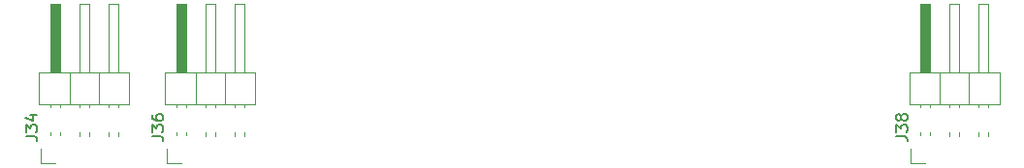
<source format=gto>
%TF.GenerationSoftware,KiCad,Pcbnew,9.0.7*%
%TF.CreationDate,2026-02-21T19:27:00+01:00*%
%TF.ProjectId,DMH_VCLFO_v2_PCB_Submodule,444d485f-5643-44c4-964f-5f76325f5043,1*%
%TF.SameCoordinates,Original*%
%TF.FileFunction,Legend,Top*%
%TF.FilePolarity,Positive*%
%FSLAX46Y46*%
G04 Gerber Fmt 4.6, Leading zero omitted, Abs format (unit mm)*
G04 Created by KiCad (PCBNEW 9.0.7) date 2026-02-21 19:27:00*
%MOMM*%
%LPD*%
G01*
G04 APERTURE LIST*
G04 Aperture macros list*
%AMRoundRect*
0 Rectangle with rounded corners*
0 $1 Rounding radius*
0 $2 $3 $4 $5 $6 $7 $8 $9 X,Y pos of 4 corners*
0 Add a 4 corners polygon primitive as box body*
4,1,4,$2,$3,$4,$5,$6,$7,$8,$9,$2,$3,0*
0 Add four circle primitives for the rounded corners*
1,1,$1+$1,$2,$3*
1,1,$1+$1,$4,$5*
1,1,$1+$1,$6,$7*
1,1,$1+$1,$8,$9*
0 Add four rect primitives between the rounded corners*
20,1,$1+$1,$2,$3,$4,$5,0*
20,1,$1+$1,$4,$5,$6,$7,0*
20,1,$1+$1,$6,$7,$8,$9,0*
20,1,$1+$1,$8,$9,$2,$3,0*%
G04 Aperture macros list end*
%ADD10C,0.150000*%
%ADD11C,0.120000*%
%ADD12R,1.700000X1.700000*%
%ADD13C,1.700000*%
%ADD14C,1.600000*%
%ADD15R,1.500000X1.500000*%
%ADD16C,1.500000*%
%ADD17RoundRect,0.250000X0.550000X0.550000X-0.550000X0.550000X-0.550000X-0.550000X0.550000X-0.550000X0*%
%ADD18R,1.500000X1.050000*%
%ADD19O,1.500000X1.050000*%
%ADD20R,1.050000X1.500000*%
%ADD21O,1.050000X1.500000*%
%ADD22RoundRect,0.250000X-0.550000X-0.550000X0.550000X-0.550000X0.550000X0.550000X-0.550000X0.550000X0*%
%ADD23C,1.400000*%
%ADD24C,1.440000*%
G04 APERTURE END LIST*
D10*
X132454819Y-33909523D02*
X133169104Y-33909523D01*
X133169104Y-33909523D02*
X133311961Y-33957142D01*
X133311961Y-33957142D02*
X133407200Y-34052380D01*
X133407200Y-34052380D02*
X133454819Y-34195237D01*
X133454819Y-34195237D02*
X133454819Y-34290475D01*
X132454819Y-33528570D02*
X132454819Y-32909523D01*
X132454819Y-32909523D02*
X132835771Y-33242856D01*
X132835771Y-33242856D02*
X132835771Y-33099999D01*
X132835771Y-33099999D02*
X132883390Y-33004761D01*
X132883390Y-33004761D02*
X132931009Y-32957142D01*
X132931009Y-32957142D02*
X133026247Y-32909523D01*
X133026247Y-32909523D02*
X133264342Y-32909523D01*
X133264342Y-32909523D02*
X133359580Y-32957142D01*
X133359580Y-32957142D02*
X133407200Y-33004761D01*
X133407200Y-33004761D02*
X133454819Y-33099999D01*
X133454819Y-33099999D02*
X133454819Y-33385713D01*
X133454819Y-33385713D02*
X133407200Y-33480951D01*
X133407200Y-33480951D02*
X133359580Y-33528570D01*
X132883390Y-32338094D02*
X132835771Y-32433332D01*
X132835771Y-32433332D02*
X132788152Y-32480951D01*
X132788152Y-32480951D02*
X132692914Y-32528570D01*
X132692914Y-32528570D02*
X132645295Y-32528570D01*
X132645295Y-32528570D02*
X132550057Y-32480951D01*
X132550057Y-32480951D02*
X132502438Y-32433332D01*
X132502438Y-32433332D02*
X132454819Y-32338094D01*
X132454819Y-32338094D02*
X132454819Y-32147618D01*
X132454819Y-32147618D02*
X132502438Y-32052380D01*
X132502438Y-32052380D02*
X132550057Y-32004761D01*
X132550057Y-32004761D02*
X132645295Y-31957142D01*
X132645295Y-31957142D02*
X132692914Y-31957142D01*
X132692914Y-31957142D02*
X132788152Y-32004761D01*
X132788152Y-32004761D02*
X132835771Y-32052380D01*
X132835771Y-32052380D02*
X132883390Y-32147618D01*
X132883390Y-32147618D02*
X132883390Y-32338094D01*
X132883390Y-32338094D02*
X132931009Y-32433332D01*
X132931009Y-32433332D02*
X132978628Y-32480951D01*
X132978628Y-32480951D02*
X133073866Y-32528570D01*
X133073866Y-32528570D02*
X133264342Y-32528570D01*
X133264342Y-32528570D02*
X133359580Y-32480951D01*
X133359580Y-32480951D02*
X133407200Y-32433332D01*
X133407200Y-32433332D02*
X133454819Y-32338094D01*
X133454819Y-32338094D02*
X133454819Y-32147618D01*
X133454819Y-32147618D02*
X133407200Y-32052380D01*
X133407200Y-32052380D02*
X133359580Y-32004761D01*
X133359580Y-32004761D02*
X133264342Y-31957142D01*
X133264342Y-31957142D02*
X133073866Y-31957142D01*
X133073866Y-31957142D02*
X132978628Y-32004761D01*
X132978628Y-32004761D02*
X132931009Y-32052380D01*
X132931009Y-32052380D02*
X132883390Y-32147618D01*
X67454819Y-33909523D02*
X68169104Y-33909523D01*
X68169104Y-33909523D02*
X68311961Y-33957142D01*
X68311961Y-33957142D02*
X68407200Y-34052380D01*
X68407200Y-34052380D02*
X68454819Y-34195237D01*
X68454819Y-34195237D02*
X68454819Y-34290475D01*
X67454819Y-33528570D02*
X67454819Y-32909523D01*
X67454819Y-32909523D02*
X67835771Y-33242856D01*
X67835771Y-33242856D02*
X67835771Y-33099999D01*
X67835771Y-33099999D02*
X67883390Y-33004761D01*
X67883390Y-33004761D02*
X67931009Y-32957142D01*
X67931009Y-32957142D02*
X68026247Y-32909523D01*
X68026247Y-32909523D02*
X68264342Y-32909523D01*
X68264342Y-32909523D02*
X68359580Y-32957142D01*
X68359580Y-32957142D02*
X68407200Y-33004761D01*
X68407200Y-33004761D02*
X68454819Y-33099999D01*
X68454819Y-33099999D02*
X68454819Y-33385713D01*
X68454819Y-33385713D02*
X68407200Y-33480951D01*
X68407200Y-33480951D02*
X68359580Y-33528570D01*
X67454819Y-32052380D02*
X67454819Y-32242856D01*
X67454819Y-32242856D02*
X67502438Y-32338094D01*
X67502438Y-32338094D02*
X67550057Y-32385713D01*
X67550057Y-32385713D02*
X67692914Y-32480951D01*
X67692914Y-32480951D02*
X67883390Y-32528570D01*
X67883390Y-32528570D02*
X68264342Y-32528570D01*
X68264342Y-32528570D02*
X68359580Y-32480951D01*
X68359580Y-32480951D02*
X68407200Y-32433332D01*
X68407200Y-32433332D02*
X68454819Y-32338094D01*
X68454819Y-32338094D02*
X68454819Y-32147618D01*
X68454819Y-32147618D02*
X68407200Y-32052380D01*
X68407200Y-32052380D02*
X68359580Y-32004761D01*
X68359580Y-32004761D02*
X68264342Y-31957142D01*
X68264342Y-31957142D02*
X68026247Y-31957142D01*
X68026247Y-31957142D02*
X67931009Y-32004761D01*
X67931009Y-32004761D02*
X67883390Y-32052380D01*
X67883390Y-32052380D02*
X67835771Y-32147618D01*
X67835771Y-32147618D02*
X67835771Y-32338094D01*
X67835771Y-32338094D02*
X67883390Y-32433332D01*
X67883390Y-32433332D02*
X67931009Y-32480951D01*
X67931009Y-32480951D02*
X68026247Y-32528570D01*
X56454819Y-33909523D02*
X57169104Y-33909523D01*
X57169104Y-33909523D02*
X57311961Y-33957142D01*
X57311961Y-33957142D02*
X57407200Y-34052380D01*
X57407200Y-34052380D02*
X57454819Y-34195237D01*
X57454819Y-34195237D02*
X57454819Y-34290475D01*
X56454819Y-33528570D02*
X56454819Y-32909523D01*
X56454819Y-32909523D02*
X56835771Y-33242856D01*
X56835771Y-33242856D02*
X56835771Y-33099999D01*
X56835771Y-33099999D02*
X56883390Y-33004761D01*
X56883390Y-33004761D02*
X56931009Y-32957142D01*
X56931009Y-32957142D02*
X57026247Y-32909523D01*
X57026247Y-32909523D02*
X57264342Y-32909523D01*
X57264342Y-32909523D02*
X57359580Y-32957142D01*
X57359580Y-32957142D02*
X57407200Y-33004761D01*
X57407200Y-33004761D02*
X57454819Y-33099999D01*
X57454819Y-33099999D02*
X57454819Y-33385713D01*
X57454819Y-33385713D02*
X57407200Y-33480951D01*
X57407200Y-33480951D02*
X57359580Y-33528570D01*
X56788152Y-32052380D02*
X57454819Y-32052380D01*
X56407200Y-32290475D02*
X57121485Y-32528570D01*
X57121485Y-32528570D02*
X57121485Y-31909523D01*
D11*
%TO.C,J38*%
X133730000Y-36270000D02*
X133730000Y-35000000D01*
X134570000Y-31382642D02*
X134570000Y-31070000D01*
X134570000Y-33840000D02*
X134570000Y-33537358D01*
X135000000Y-36270000D02*
X133730000Y-36270000D01*
X135430000Y-31382642D02*
X135430000Y-31070000D01*
X135430000Y-33840000D02*
X135430000Y-33537358D01*
X136270000Y-31070000D02*
X136270000Y-28310000D01*
X137110000Y-22310000D02*
X137970000Y-22310000D01*
X137110000Y-28310000D02*
X137110000Y-22310000D01*
X137110000Y-31382642D02*
X137110000Y-31070000D01*
X137110000Y-33922642D02*
X137110000Y-33537358D01*
X137970000Y-22310000D02*
X137970000Y-28310000D01*
X137970000Y-31382642D02*
X137970000Y-31070000D01*
X137970000Y-33922642D02*
X137970000Y-33537358D01*
X138810000Y-31070000D02*
X138810000Y-28310000D01*
X139650000Y-22310000D02*
X140510000Y-22310000D01*
X139650000Y-28310000D02*
X139650000Y-22310000D01*
X139650000Y-31382642D02*
X139650000Y-31070000D01*
X139650000Y-33922642D02*
X139650000Y-33537358D01*
X140510000Y-22310000D02*
X140510000Y-28310000D01*
X140510000Y-31382642D02*
X140510000Y-31070000D01*
X140510000Y-33922642D02*
X140510000Y-33537358D01*
X133620000Y-31070000D02*
X141460000Y-31070000D01*
X141460000Y-28310000D01*
X133620000Y-28310000D01*
X133620000Y-31070000D01*
X134570000Y-28310000D02*
X135430000Y-28310000D01*
X135430000Y-22310000D01*
X134570000Y-22310000D01*
X134570000Y-28310000D01*
G36*
X134570000Y-28310000D02*
G01*
X135430000Y-28310000D01*
X135430000Y-22310000D01*
X134570000Y-22310000D01*
X134570000Y-28310000D01*
G37*
%TO.C,J36*%
X68730000Y-36270000D02*
X68730000Y-35000000D01*
X69570000Y-31382642D02*
X69570000Y-31070000D01*
X69570000Y-33840000D02*
X69570000Y-33537358D01*
X70000000Y-36270000D02*
X68730000Y-36270000D01*
X70430000Y-31382642D02*
X70430000Y-31070000D01*
X70430000Y-33840000D02*
X70430000Y-33537358D01*
X71270000Y-31070000D02*
X71270000Y-28310000D01*
X72110000Y-22310000D02*
X72970000Y-22310000D01*
X72110000Y-28310000D02*
X72110000Y-22310000D01*
X72110000Y-31382642D02*
X72110000Y-31070000D01*
X72110000Y-33922642D02*
X72110000Y-33537358D01*
X72970000Y-22310000D02*
X72970000Y-28310000D01*
X72970000Y-31382642D02*
X72970000Y-31070000D01*
X72970000Y-33922642D02*
X72970000Y-33537358D01*
X73810000Y-31070000D02*
X73810000Y-28310000D01*
X74650000Y-22310000D02*
X75510000Y-22310000D01*
X74650000Y-28310000D02*
X74650000Y-22310000D01*
X74650000Y-31382642D02*
X74650000Y-31070000D01*
X74650000Y-33922642D02*
X74650000Y-33537358D01*
X75510000Y-22310000D02*
X75510000Y-28310000D01*
X75510000Y-31382642D02*
X75510000Y-31070000D01*
X75510000Y-33922642D02*
X75510000Y-33537358D01*
X68620000Y-31070000D02*
X76460000Y-31070000D01*
X76460000Y-28310000D01*
X68620000Y-28310000D01*
X68620000Y-31070000D01*
X69570000Y-28310000D02*
X70430000Y-28310000D01*
X70430000Y-22310000D01*
X69570000Y-22310000D01*
X69570000Y-28310000D01*
G36*
X69570000Y-28310000D02*
G01*
X70430000Y-28310000D01*
X70430000Y-22310000D01*
X69570000Y-22310000D01*
X69570000Y-28310000D01*
G37*
%TO.C,J34*%
X57730000Y-36270000D02*
X57730000Y-35000000D01*
X58570000Y-31382642D02*
X58570000Y-31070000D01*
X58570000Y-33840000D02*
X58570000Y-33537358D01*
X59000000Y-36270000D02*
X57730000Y-36270000D01*
X59430000Y-31382642D02*
X59430000Y-31070000D01*
X59430000Y-33840000D02*
X59430000Y-33537358D01*
X60270000Y-31070000D02*
X60270000Y-28310000D01*
X61110000Y-22310000D02*
X61970000Y-22310000D01*
X61110000Y-28310000D02*
X61110000Y-22310000D01*
X61110000Y-31382642D02*
X61110000Y-31070000D01*
X61110000Y-33922642D02*
X61110000Y-33537358D01*
X61970000Y-22310000D02*
X61970000Y-28310000D01*
X61970000Y-31382642D02*
X61970000Y-31070000D01*
X61970000Y-33922642D02*
X61970000Y-33537358D01*
X62810000Y-31070000D02*
X62810000Y-28310000D01*
X63650000Y-22310000D02*
X64510000Y-22310000D01*
X63650000Y-28310000D02*
X63650000Y-22310000D01*
X63650000Y-31382642D02*
X63650000Y-31070000D01*
X63650000Y-33922642D02*
X63650000Y-33537358D01*
X64510000Y-22310000D02*
X64510000Y-28310000D01*
X64510000Y-31382642D02*
X64510000Y-31070000D01*
X64510000Y-33922642D02*
X64510000Y-33537358D01*
X57620000Y-31070000D02*
X65460000Y-31070000D01*
X65460000Y-28310000D01*
X57620000Y-28310000D01*
X57620000Y-31070000D01*
X58570000Y-28310000D02*
X59430000Y-28310000D01*
X59430000Y-22310000D01*
X58570000Y-22310000D01*
X58570000Y-28310000D01*
G36*
X58570000Y-28310000D02*
G01*
X59430000Y-28310000D01*
X59430000Y-22310000D01*
X58570000Y-22310000D01*
X58570000Y-28310000D01*
G37*
%TD*%
%LPC*%
D12*
%TO.C,J38*%
X135000000Y-35000000D03*
D13*
X135000000Y-32460000D03*
X137540000Y-35000000D03*
X137540000Y-32460000D03*
X140080000Y-35000000D03*
X140080000Y-32460000D03*
%TD*%
D12*
%TO.C,J36*%
X70000000Y-35000000D03*
D13*
X70000000Y-32460000D03*
X72540000Y-35000000D03*
X72540000Y-32460000D03*
X75080000Y-35000000D03*
X75080000Y-32460000D03*
%TD*%
D12*
%TO.C,J34*%
X59000000Y-35000000D03*
D13*
X59000000Y-32460000D03*
X61540000Y-35000000D03*
X61540000Y-32460000D03*
X64080000Y-35000000D03*
X64080000Y-32460000D03*
%TD*%
D14*
%TO.C,R74*%
X138990000Y-67300000D03*
X146610000Y-67300000D03*
%TD*%
%TO.C,R80*%
X61210000Y-56900000D03*
X53590000Y-56900000D03*
%TD*%
D15*
%TO.C,Q15*%
X56940000Y-96300000D03*
D16*
X54400000Y-96300000D03*
X51860000Y-96300000D03*
%TD*%
D14*
%TO.C,C2*%
X111850000Y-42500000D03*
X114350000Y-42500000D03*
%TD*%
%TO.C,C15*%
X129400000Y-52600000D03*
X134400000Y-52600000D03*
%TD*%
%TO.C,C3*%
X138500000Y-81100000D03*
X138500000Y-76100000D03*
%TD*%
%TO.C,R87*%
X85590000Y-72300000D03*
X93210000Y-72300000D03*
%TD*%
%TO.C,R78*%
X125210000Y-67100000D03*
X117590000Y-67100000D03*
%TD*%
%TO.C,R77*%
X125210000Y-72200000D03*
X117590000Y-72200000D03*
%TD*%
%TO.C,R89*%
X85590000Y-67200000D03*
X93210000Y-67200000D03*
%TD*%
D17*
%TO.C,D11*%
X125210000Y-77000000D03*
D14*
X117590000Y-77000000D03*
%TD*%
%TO.C,R71*%
X147210000Y-92900000D03*
X139590000Y-92900000D03*
%TD*%
%TO.C,R59*%
X106790000Y-72200000D03*
X114410000Y-72200000D03*
%TD*%
D15*
%TO.C,Q14*%
X56940000Y-88500000D03*
D16*
X54400000Y-88500000D03*
X51860000Y-88500000D03*
%TD*%
D17*
%TO.C,D12*%
X93210000Y-52600000D03*
D14*
X85590000Y-52600000D03*
%TD*%
D17*
%TO.C,D8*%
X114310000Y-82200000D03*
D14*
X106690000Y-82200000D03*
%TD*%
%TO.C,R63*%
X106790000Y-47200000D03*
X114410000Y-47200000D03*
%TD*%
D15*
%TO.C,Q12*%
X59250000Y-95450000D03*
D16*
X61790000Y-95450000D03*
X64330000Y-95450000D03*
%TD*%
D14*
%TO.C,C17*%
X97500000Y-77000000D03*
X102500000Y-77000000D03*
%TD*%
%TO.C,R94*%
X74790000Y-62100000D03*
X82410000Y-62100000D03*
%TD*%
D18*
%TO.C,Q17*%
X78700000Y-71930000D03*
D19*
X78700000Y-73200000D03*
X78700000Y-74470000D03*
%TD*%
D14*
%TO.C,R54*%
X117590000Y-57000000D03*
X125210000Y-57000000D03*
%TD*%
%TO.C,R75*%
X138890000Y-72200000D03*
X146510000Y-72200000D03*
%TD*%
D20*
%TO.C,Q10*%
X58770000Y-42800000D03*
D21*
X57500000Y-42800000D03*
X56230000Y-42800000D03*
%TD*%
D14*
%TO.C,C12*%
X79950000Y-52600000D03*
X82450000Y-52600000D03*
%TD*%
D20*
%TO.C,Q9*%
X141430000Y-79000000D03*
D21*
X142700000Y-79000000D03*
X143970000Y-79000000D03*
%TD*%
D14*
%TO.C,C18*%
X129500000Y-76600000D03*
X134500000Y-76600000D03*
%TD*%
%TO.C,C6*%
X123900000Y-62100000D03*
X118900000Y-62100000D03*
%TD*%
%TO.C,C14*%
X97500000Y-52600000D03*
X102500000Y-52600000D03*
%TD*%
%TO.C,C5*%
X65600000Y-39500000D03*
X70600000Y-39500000D03*
%TD*%
%TO.C,R91*%
X103810000Y-82200000D03*
X96190000Y-82200000D03*
%TD*%
%TO.C,R85*%
X53590000Y-67200000D03*
X61210000Y-67200000D03*
%TD*%
%TO.C,C7*%
X65600000Y-46100000D03*
X70600000Y-46100000D03*
%TD*%
%TO.C,R65*%
X138990000Y-57500000D03*
X146610000Y-57500000D03*
%TD*%
D22*
%TO.C,U12*%
X128190000Y-72215000D03*
D14*
X128190000Y-69675000D03*
X128190000Y-67135000D03*
X128190000Y-64595000D03*
X128190000Y-62055000D03*
X128190000Y-59515000D03*
X128190000Y-56975000D03*
X135810000Y-56975000D03*
X135810000Y-59515000D03*
X135810000Y-62055000D03*
X135810000Y-64595000D03*
X135810000Y-67135000D03*
X135810000Y-69675000D03*
X135810000Y-72215000D03*
%TD*%
%TO.C,R96*%
X52000000Y-83910000D03*
X52000000Y-76290000D03*
%TD*%
%TO.C,R57*%
X128190000Y-43100000D03*
X135810000Y-43100000D03*
%TD*%
%TO.C,R62*%
X96190000Y-48100000D03*
X103810000Y-48100000D03*
%TD*%
%TO.C,R92*%
X93210000Y-57000000D03*
X85590000Y-57000000D03*
%TD*%
D22*
%TO.C,D10*%
X128190000Y-85400000D03*
D14*
X135810000Y-85400000D03*
%TD*%
%TO.C,R76*%
X56700000Y-76290000D03*
X56700000Y-83910000D03*
%TD*%
%TO.C,R84*%
X60800000Y-70090000D03*
X60800000Y-77710000D03*
%TD*%
D15*
%TO.C,Q16*%
X91950000Y-62150000D03*
D16*
X89410000Y-62150000D03*
X86870000Y-62150000D03*
%TD*%
D14*
%TO.C,R81*%
X85590000Y-82200000D03*
X93210000Y-82200000D03*
%TD*%
%TO.C,R55*%
X106790000Y-56900000D03*
X114410000Y-56900000D03*
%TD*%
%TO.C,R64*%
X117590000Y-47200000D03*
X125210000Y-47200000D03*
%TD*%
%TO.C,R93*%
X74790000Y-67200000D03*
X82410000Y-67200000D03*
%TD*%
D22*
%TO.C,D7*%
X96190000Y-43100000D03*
D14*
X103810000Y-43100000D03*
%TD*%
%TO.C,C63*%
X65600000Y-42800000D03*
X70600000Y-42800000D03*
%TD*%
%TO.C,R70*%
X128190000Y-81100000D03*
X135810000Y-81100000D03*
%TD*%
D15*
%TO.C,Q13*%
X59250000Y-87650000D03*
D16*
X61790000Y-87650000D03*
X64330000Y-87650000D03*
%TD*%
D14*
%TO.C,C8*%
X92350000Y-77000000D03*
X94850000Y-77000000D03*
%TD*%
%TO.C,R72*%
X61310000Y-52300000D03*
X53690000Y-52300000D03*
%TD*%
%TO.C,R88*%
X74790000Y-77600000D03*
X82410000Y-77600000D03*
%TD*%
%TO.C,R58*%
X96190000Y-38500000D03*
X103810000Y-38500000D03*
%TD*%
%TO.C,R82*%
X93210000Y-48000000D03*
X85590000Y-48000000D03*
%TD*%
%TO.C,R95*%
X64190000Y-82300000D03*
X71810000Y-82300000D03*
%TD*%
%TO.C,C11*%
X76550000Y-82300000D03*
X74050000Y-82300000D03*
%TD*%
%TO.C,R83*%
X85590000Y-43100000D03*
X93210000Y-43100000D03*
%TD*%
%TO.C,R60*%
X114310000Y-77000000D03*
X106690000Y-77000000D03*
%TD*%
%TO.C,C13*%
X65500000Y-52600000D03*
X70500000Y-52600000D03*
%TD*%
%TO.C,R67*%
X138980000Y-48050000D03*
X146600000Y-48050000D03*
%TD*%
%TO.C,R53*%
X106690000Y-87200000D03*
X114310000Y-87200000D03*
%TD*%
%TO.C,C4*%
X146800000Y-81100000D03*
X146800000Y-76100000D03*
%TD*%
%TO.C,R90*%
X74790000Y-57000000D03*
X82410000Y-57000000D03*
%TD*%
%TO.C,C10*%
X73850000Y-52600000D03*
X76350000Y-52600000D03*
%TD*%
%TO.C,R79*%
X53590000Y-62000000D03*
X61210000Y-62000000D03*
%TD*%
D23*
%TO.C,TH1*%
X57195000Y-92000000D03*
X59095000Y-92000000D03*
%TD*%
D14*
%TO.C,R56*%
X125210000Y-35500000D03*
X117590000Y-35500000D03*
%TD*%
D22*
%TO.C,U11*%
X96190000Y-72215000D03*
D14*
X96190000Y-69675000D03*
X96190000Y-67135000D03*
X96190000Y-64595000D03*
X96190000Y-62055000D03*
X96190000Y-59515000D03*
X96190000Y-56975000D03*
X103810000Y-56975000D03*
X103810000Y-59515000D03*
X103810000Y-62055000D03*
X103810000Y-64595000D03*
X103810000Y-67135000D03*
X103810000Y-69675000D03*
X103810000Y-72215000D03*
%TD*%
D15*
%TO.C,Q11*%
X129460000Y-92050000D03*
D16*
X132000000Y-92050000D03*
X134540000Y-92050000D03*
%TD*%
D14*
%TO.C,R86*%
X61310000Y-47700000D03*
X53690000Y-47700000D03*
%TD*%
%TO.C,C16*%
X65500000Y-77000000D03*
X70500000Y-77000000D03*
%TD*%
D24*
%TO.C,RV14*%
X146495000Y-38140000D03*
X146495000Y-35600000D03*
X146495000Y-33060000D03*
%TD*%
D14*
%TO.C,R61*%
X128190000Y-48000000D03*
X135810000Y-48000000D03*
%TD*%
D22*
%TO.C,D9*%
X106790000Y-67100000D03*
D14*
X114410000Y-67100000D03*
%TD*%
D24*
%TO.C,RV13*%
X123940000Y-41405000D03*
X121400000Y-41405000D03*
X118860000Y-41405000D03*
%TD*%
D15*
%TO.C,Q7*%
X118860000Y-52150000D03*
D16*
X121400000Y-52150000D03*
X123940000Y-52150000D03*
%TD*%
D14*
%TO.C,R52*%
X114410000Y-62000000D03*
X106790000Y-62000000D03*
%TD*%
%TO.C,C1*%
X97500000Y-33900000D03*
X102500000Y-33900000D03*
%TD*%
%TO.C,R73*%
X138990000Y-62200000D03*
X146610000Y-62200000D03*
%TD*%
%TO.C,R66*%
X138990000Y-52700000D03*
X146610000Y-52700000D03*
%TD*%
%TO.C,R68*%
X114410000Y-52000000D03*
X106790000Y-52000000D03*
%TD*%
D15*
%TO.C,Q8*%
X140260000Y-43100000D03*
D16*
X142800000Y-43100000D03*
X145340000Y-43100000D03*
%TD*%
D14*
%TO.C,R69*%
X139590000Y-85300000D03*
X147210000Y-85300000D03*
%TD*%
D22*
%TO.C,U10*%
X64190000Y-72215000D03*
D14*
X64190000Y-69675000D03*
X64190000Y-67135000D03*
X64190000Y-64595000D03*
X64190000Y-62055000D03*
X64190000Y-59515000D03*
X64190000Y-56975000D03*
X71810000Y-56975000D03*
X71810000Y-59515000D03*
X71810000Y-62055000D03*
X71810000Y-64595000D03*
X71810000Y-67135000D03*
X71810000Y-69675000D03*
X71810000Y-72215000D03*
%TD*%
%TO.C,C9*%
X66750000Y-49400000D03*
X69250000Y-49400000D03*
%TD*%
%LPD*%
M02*

</source>
